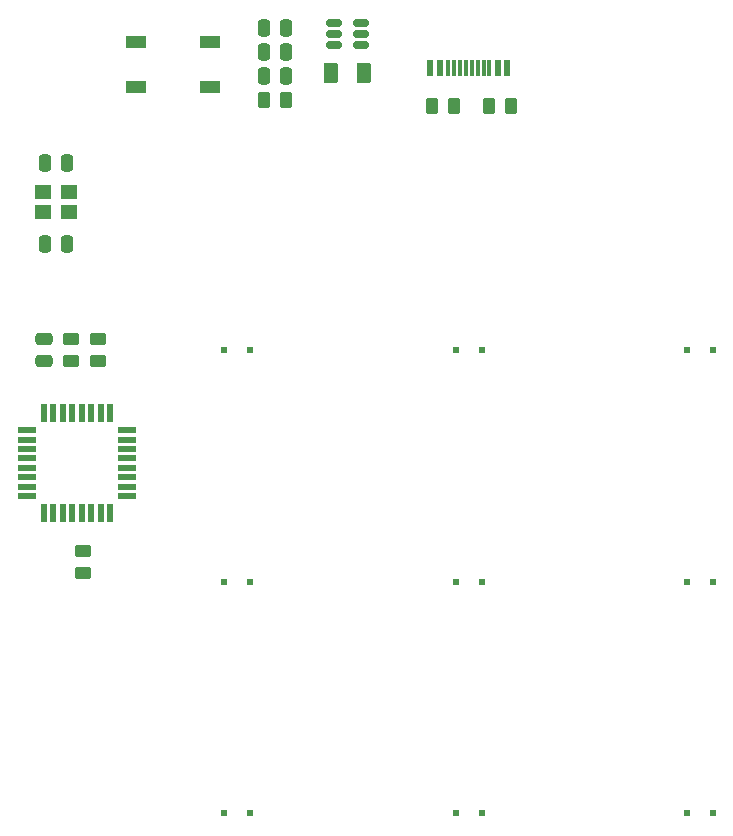
<source format=gbp>
G04 #@! TF.GenerationSoftware,KiCad,Pcbnew,(6.0.1)*
G04 #@! TF.CreationDate,2022-06-28T21:47:16+02:00*
G04 #@! TF.ProjectId,RecyclingPad_embedded,52656379-636c-4696-9e67-5061645f656d,rev?*
G04 #@! TF.SameCoordinates,Original*
G04 #@! TF.FileFunction,Paste,Bot*
G04 #@! TF.FilePolarity,Positive*
%FSLAX46Y46*%
G04 Gerber Fmt 4.6, Leading zero omitted, Abs format (unit mm)*
G04 Created by KiCad (PCBNEW (6.0.1)) date 2022-06-28 21:47:16*
%MOMM*%
%LPD*%
G01*
G04 APERTURE LIST*
G04 Aperture macros list*
%AMRoundRect*
0 Rectangle with rounded corners*
0 $1 Rounding radius*
0 $2 $3 $4 $5 $6 $7 $8 $9 X,Y pos of 4 corners*
0 Add a 4 corners polygon primitive as box body*
4,1,4,$2,$3,$4,$5,$6,$7,$8,$9,$2,$3,0*
0 Add four circle primitives for the rounded corners*
1,1,$1+$1,$2,$3*
1,1,$1+$1,$4,$5*
1,1,$1+$1,$6,$7*
1,1,$1+$1,$8,$9*
0 Add four rect primitives between the rounded corners*
20,1,$1+$1,$2,$3,$4,$5,0*
20,1,$1+$1,$4,$5,$6,$7,0*
20,1,$1+$1,$6,$7,$8,$9,0*
20,1,$1+$1,$8,$9,$2,$3,0*%
G04 Aperture macros list end*
%ADD10R,0.500000X0.500000*%
%ADD11R,0.600000X1.450000*%
%ADD12R,0.300000X1.450000*%
%ADD13RoundRect,0.150000X0.512500X0.150000X-0.512500X0.150000X-0.512500X-0.150000X0.512500X-0.150000X0*%
%ADD14RoundRect,0.250000X-0.262500X-0.450000X0.262500X-0.450000X0.262500X0.450000X-0.262500X0.450000X0*%
%ADD15R,1.400000X1.200000*%
%ADD16RoundRect,0.250000X0.250000X0.475000X-0.250000X0.475000X-0.250000X-0.475000X0.250000X-0.475000X0*%
%ADD17RoundRect,0.250000X0.262500X0.450000X-0.262500X0.450000X-0.262500X-0.450000X0.262500X-0.450000X0*%
%ADD18RoundRect,0.250000X0.450000X-0.262500X0.450000X0.262500X-0.450000X0.262500X-0.450000X-0.262500X0*%
%ADD19RoundRect,0.250000X0.475000X-0.250000X0.475000X0.250000X-0.475000X0.250000X-0.475000X-0.250000X0*%
%ADD20RoundRect,0.250000X-0.375000X-0.625000X0.375000X-0.625000X0.375000X0.625000X-0.375000X0.625000X0*%
%ADD21RoundRect,0.250000X-0.450000X0.262500X-0.450000X-0.262500X0.450000X-0.262500X0.450000X0.262500X0*%
%ADD22R,1.700000X1.000000*%
%ADD23RoundRect,0.250000X-0.250000X-0.475000X0.250000X-0.475000X0.250000X0.475000X-0.250000X0.475000X0*%
%ADD24R,1.600000X0.550000*%
%ADD25R,0.550000X1.600000*%
G04 APERTURE END LIST*
D10*
X148900000Y-129200000D03*
X151100000Y-129200000D03*
X148900000Y-109600000D03*
X151100000Y-109600000D03*
X129300000Y-129200000D03*
X131500000Y-129200000D03*
X129300000Y-109600000D03*
X131500000Y-109600000D03*
X148900000Y-90000000D03*
X151100000Y-90000000D03*
X129300000Y-90000000D03*
X131500000Y-90000000D03*
X168500000Y-90000000D03*
X170700000Y-90000000D03*
X168500000Y-129200000D03*
X170700000Y-129200000D03*
X168500000Y-109600000D03*
X170700000Y-109600000D03*
D11*
X146750000Y-66145000D03*
X147550000Y-66145000D03*
D12*
X148750000Y-66145000D03*
X149750000Y-66145000D03*
X150250000Y-66145000D03*
X151250000Y-66145000D03*
D11*
X152450000Y-66145000D03*
X153250000Y-66145000D03*
X153250000Y-66145000D03*
X152450000Y-66145000D03*
D12*
X151750000Y-66145000D03*
X150750000Y-66145000D03*
X149250000Y-66145000D03*
X148250000Y-66145000D03*
D11*
X147550000Y-66145000D03*
X146750000Y-66145000D03*
D13*
X140837500Y-62296000D03*
X140837500Y-63246000D03*
X140837500Y-64196000D03*
X138562500Y-64196000D03*
X138562500Y-63246000D03*
X138562500Y-62296000D03*
D14*
X132691500Y-68834000D03*
X134516500Y-68834000D03*
D15*
X116162000Y-78320000D03*
X113962000Y-78320000D03*
X113962000Y-76620000D03*
X116162000Y-76620000D03*
D16*
X134554000Y-62738000D03*
X132654000Y-62738000D03*
D14*
X146915500Y-69342000D03*
X148740500Y-69342000D03*
D17*
X153566500Y-69342000D03*
X151741500Y-69342000D03*
D18*
X117348000Y-108862500D03*
X117348000Y-107037500D03*
D19*
X114046000Y-90950000D03*
X114046000Y-89050000D03*
D20*
X138300000Y-66548000D03*
X141100000Y-66548000D03*
D21*
X118618000Y-89087500D03*
X118618000Y-90912500D03*
D22*
X121818000Y-63886000D03*
X128118000Y-63886000D03*
X128118000Y-67686000D03*
X121818000Y-67686000D03*
D21*
X116332000Y-89087500D03*
X116332000Y-90912500D03*
D16*
X134554000Y-64770000D03*
X132654000Y-64770000D03*
X134554000Y-66802000D03*
X132654000Y-66802000D03*
X116012000Y-81026000D03*
X114112000Y-81026000D03*
D23*
X114112000Y-74168000D03*
X116012000Y-74168000D03*
D24*
X121090000Y-96768000D03*
X121090000Y-97568000D03*
X121090000Y-98368000D03*
X121090000Y-99168000D03*
X121090000Y-99968000D03*
X121090000Y-100768000D03*
X121090000Y-101568000D03*
X121090000Y-102368000D03*
D25*
X119640000Y-103818000D03*
X118840000Y-103818000D03*
X118040000Y-103818000D03*
X117240000Y-103818000D03*
X116440000Y-103818000D03*
X115640000Y-103818000D03*
X114840000Y-103818000D03*
X114040000Y-103818000D03*
D24*
X112590000Y-102368000D03*
X112590000Y-101568000D03*
X112590000Y-100768000D03*
X112590000Y-99968000D03*
X112590000Y-99168000D03*
X112590000Y-98368000D03*
X112590000Y-97568000D03*
X112590000Y-96768000D03*
D25*
X114040000Y-95318000D03*
X114840000Y-95318000D03*
X115640000Y-95318000D03*
X116440000Y-95318000D03*
X117240000Y-95318000D03*
X118040000Y-95318000D03*
X118840000Y-95318000D03*
X119640000Y-95318000D03*
M02*

</source>
